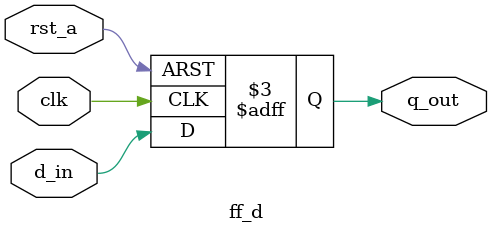
<source format=v>
module ff_d #(parameter BITS = 1)(
	input clk, rst_a,
	input [BITS - 1 : 0] d_in,
	output reg [BITS - 1 : 0] q_out
);

always @(posedge clk or negedge rst_a)
begin
	if (!rst_a)
		q_out <= 1'b0;
	else
		q_out <= d_in;
end
endmodule


</source>
